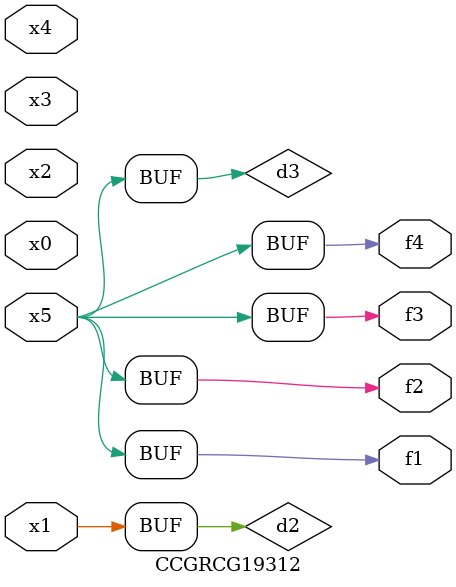
<source format=v>
module CCGRCG19312(
	input x0, x1, x2, x3, x4, x5,
	output f1, f2, f3, f4
);

	wire d1, d2, d3;

	not (d1, x5);
	or (d2, x1);
	xnor (d3, d1);
	assign f1 = d3;
	assign f2 = d3;
	assign f3 = d3;
	assign f4 = d3;
endmodule

</source>
